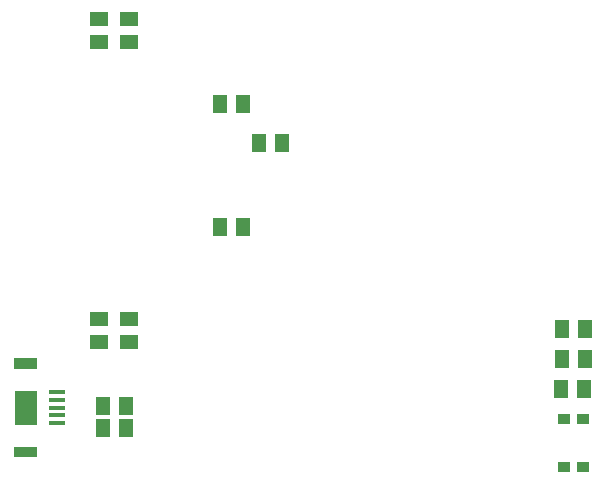
<source format=gtp>
G04*
G04 #@! TF.GenerationSoftware,Altium Limited,Altium Designer,19.1.8 (144)*
G04*
G04 Layer_Color=8421504*
%FSLAX25Y25*%
%MOIN*%
G70*
G01*
G75*
%ADD15R,0.05315X0.01575*%
%ADD16R,0.07480X0.11417*%
%ADD17R,0.03937X0.03543*%
%ADD18R,0.05118X0.05906*%
%ADD19R,0.05906X0.05118*%
G36*
X1721Y15345D02*
Y18765D01*
X9209D01*
Y15345D01*
X1721D01*
D02*
G37*
G36*
X1726Y44774D02*
Y48229D01*
X9209D01*
Y44774D01*
X1726D01*
D02*
G37*
D15*
X16000Y36900D02*
D03*
Y34341D02*
D03*
Y31782D02*
D03*
Y29223D02*
D03*
Y26664D02*
D03*
D16*
X5469Y31782D02*
D03*
D17*
X184850Y28096D02*
D03*
X191150D02*
D03*
X184850Y11954D02*
D03*
X191150D02*
D03*
D18*
X90740Y120025D02*
D03*
X83260D02*
D03*
X77740Y92025D02*
D03*
X70260D02*
D03*
X77740Y133025D02*
D03*
X70260D02*
D03*
X191740Y58025D02*
D03*
X184260D02*
D03*
X38740Y25000D02*
D03*
X31260D02*
D03*
X38740Y32500D02*
D03*
X31260D02*
D03*
X191740Y48025D02*
D03*
X184260D02*
D03*
X184000Y38025D02*
D03*
X191480D02*
D03*
D19*
X40000Y161265D02*
D03*
Y153785D02*
D03*
X30000Y161265D02*
D03*
Y153785D02*
D03*
X40000Y53785D02*
D03*
Y61265D02*
D03*
X30000Y53785D02*
D03*
Y61265D02*
D03*
M02*

</source>
